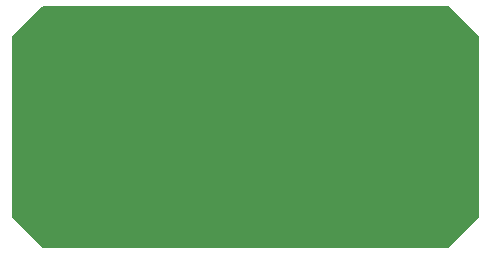
<source format=gbr>
G04 #@! TF.GenerationSoftware,KiCad,Pcbnew,(5.0.0-3-g5ebb6b6)*
G04 #@! TF.CreationDate,2018-09-04T20:51:10+02:00*
G04 #@! TF.ProjectId,Brushless_RPM_sensor,42727573686C6573735F52504D5F7365,rev?*
G04 #@! TF.SameCoordinates,PX7445a00PY5faea10*
G04 #@! TF.FileFunction,Profile,NP*
%FSLAX46Y46*%
G04 Gerber Fmt 4.6, Leading zero omitted, Abs format (unit mm)*
G04 Created by KiCad (PCBNEW (5.0.0-3-g5ebb6b6)) date 2018 September 04, Tuesday 20:51:10*
%MOMM*%
%LPD*%
G01*
G04 APERTURE LIST*
%ADD10C,0.150000*%
%ADD11C,0.254000*%
G04 APERTURE END LIST*
D10*
X2540000Y0D02*
X0Y2540000D01*
X36830000Y0D02*
X2540000Y0D01*
X39370000Y2540000D02*
X36830000Y0D01*
X39370000Y17780000D02*
X39370000Y2540000D01*
X36830000Y20320000D02*
X39370000Y17780000D01*
X2540000Y20320000D02*
X36830000Y20320000D01*
X0Y17780000D02*
X2540000Y20320000D01*
X0Y2540000D02*
X0Y17780000D01*
D11*
G36*
X39243000Y17727394D02*
X39243000Y2592606D01*
X36777394Y127000D01*
X2592606Y127000D01*
X127000Y2592606D01*
X127000Y17727394D01*
X2592606Y20193000D01*
X36777394Y20193000D01*
X39243000Y17727394D01*
X39243000Y17727394D01*
G37*
X39243000Y17727394D02*
X39243000Y2592606D01*
X36777394Y127000D01*
X2592606Y127000D01*
X127000Y2592606D01*
X127000Y17727394D01*
X2592606Y20193000D01*
X36777394Y20193000D01*
X39243000Y17727394D01*
M02*

</source>
